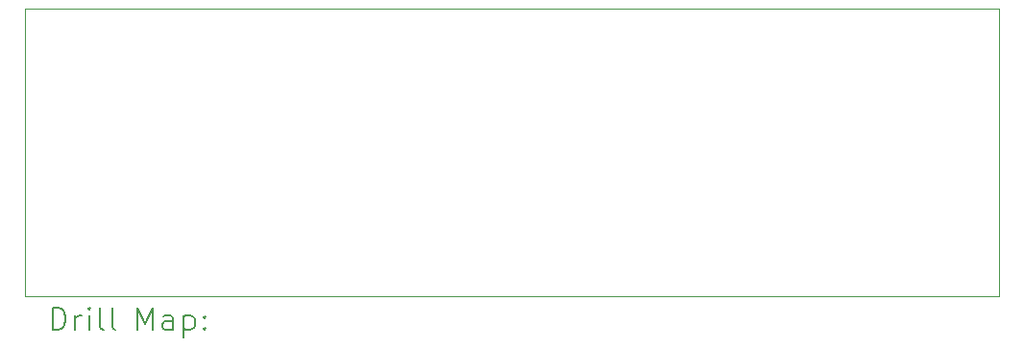
<source format=gbr>
%FSLAX45Y45*%
G04 Gerber Fmt 4.5, Leading zero omitted, Abs format (unit mm)*
G04 Created by KiCad (PCBNEW (6.99.0-1603-g82820d4b1c)) date 2022-06-17 10:59:55*
%MOMM*%
%LPD*%
G01*
G04 APERTURE LIST*
%TA.AperFunction,Profile*%
%ADD10C,0.100000*%
%TD*%
%ADD11C,0.200000*%
G04 APERTURE END LIST*
D10*
X18669000Y-5803900D02*
X10083800Y-5803900D01*
X10083800Y-8343900D02*
X18669000Y-8343900D01*
X18669000Y-8343900D02*
X18669000Y-5803900D01*
X10083800Y-5803900D02*
X10083800Y-8343900D01*
D11*
X10326419Y-8642376D02*
X10326419Y-8442376D01*
X10326419Y-8442376D02*
X10374038Y-8442376D01*
X10374038Y-8442376D02*
X10402610Y-8451900D01*
X10402610Y-8451900D02*
X10421657Y-8470948D01*
X10421657Y-8470948D02*
X10431181Y-8489995D01*
X10431181Y-8489995D02*
X10440705Y-8528090D01*
X10440705Y-8528090D02*
X10440705Y-8556662D01*
X10440705Y-8556662D02*
X10431181Y-8594757D01*
X10431181Y-8594757D02*
X10421657Y-8613805D01*
X10421657Y-8613805D02*
X10402610Y-8632852D01*
X10402610Y-8632852D02*
X10374038Y-8642376D01*
X10374038Y-8642376D02*
X10326419Y-8642376D01*
X10526419Y-8642376D02*
X10526419Y-8509043D01*
X10526419Y-8547138D02*
X10535943Y-8528090D01*
X10535943Y-8528090D02*
X10545467Y-8518567D01*
X10545467Y-8518567D02*
X10564514Y-8509043D01*
X10564514Y-8509043D02*
X10583562Y-8509043D01*
X10650229Y-8642376D02*
X10650229Y-8509043D01*
X10650229Y-8442376D02*
X10640705Y-8451900D01*
X10640705Y-8451900D02*
X10650229Y-8461424D01*
X10650229Y-8461424D02*
X10659752Y-8451900D01*
X10659752Y-8451900D02*
X10650229Y-8442376D01*
X10650229Y-8442376D02*
X10650229Y-8461424D01*
X10774038Y-8642376D02*
X10754990Y-8632852D01*
X10754990Y-8632852D02*
X10745467Y-8613805D01*
X10745467Y-8613805D02*
X10745467Y-8442376D01*
X10878800Y-8642376D02*
X10859752Y-8632852D01*
X10859752Y-8632852D02*
X10850229Y-8613805D01*
X10850229Y-8613805D02*
X10850229Y-8442376D01*
X11074990Y-8642376D02*
X11074990Y-8442376D01*
X11074990Y-8442376D02*
X11141657Y-8585233D01*
X11141657Y-8585233D02*
X11208324Y-8442376D01*
X11208324Y-8442376D02*
X11208324Y-8642376D01*
X11389276Y-8642376D02*
X11389276Y-8537614D01*
X11389276Y-8537614D02*
X11379752Y-8518567D01*
X11379752Y-8518567D02*
X11360705Y-8509043D01*
X11360705Y-8509043D02*
X11322609Y-8509043D01*
X11322609Y-8509043D02*
X11303562Y-8518567D01*
X11389276Y-8632852D02*
X11370228Y-8642376D01*
X11370228Y-8642376D02*
X11322609Y-8642376D01*
X11322609Y-8642376D02*
X11303562Y-8632852D01*
X11303562Y-8632852D02*
X11294038Y-8613805D01*
X11294038Y-8613805D02*
X11294038Y-8594757D01*
X11294038Y-8594757D02*
X11303562Y-8575710D01*
X11303562Y-8575710D02*
X11322609Y-8566186D01*
X11322609Y-8566186D02*
X11370228Y-8566186D01*
X11370228Y-8566186D02*
X11389276Y-8556662D01*
X11484514Y-8509043D02*
X11484514Y-8709043D01*
X11484514Y-8518567D02*
X11503562Y-8509043D01*
X11503562Y-8509043D02*
X11541657Y-8509043D01*
X11541657Y-8509043D02*
X11560705Y-8518567D01*
X11560705Y-8518567D02*
X11570228Y-8528090D01*
X11570228Y-8528090D02*
X11579752Y-8547138D01*
X11579752Y-8547138D02*
X11579752Y-8604281D01*
X11579752Y-8604281D02*
X11570228Y-8623329D01*
X11570228Y-8623329D02*
X11560705Y-8632852D01*
X11560705Y-8632852D02*
X11541657Y-8642376D01*
X11541657Y-8642376D02*
X11503562Y-8642376D01*
X11503562Y-8642376D02*
X11484514Y-8632852D01*
X11665467Y-8623329D02*
X11674990Y-8632852D01*
X11674990Y-8632852D02*
X11665467Y-8642376D01*
X11665467Y-8642376D02*
X11655943Y-8632852D01*
X11655943Y-8632852D02*
X11665467Y-8623329D01*
X11665467Y-8623329D02*
X11665467Y-8642376D01*
X11665467Y-8518567D02*
X11674990Y-8528090D01*
X11674990Y-8528090D02*
X11665467Y-8537614D01*
X11665467Y-8537614D02*
X11655943Y-8528090D01*
X11655943Y-8528090D02*
X11665467Y-8518567D01*
X11665467Y-8518567D02*
X11665467Y-8537614D01*
M02*

</source>
